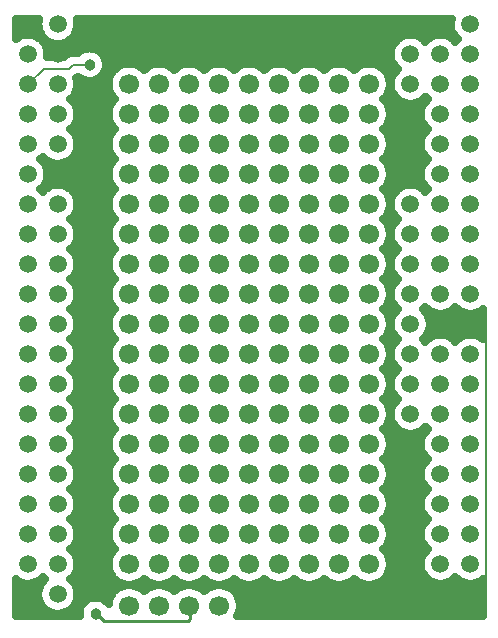
<source format=gbr>
G04 DipTrace 3.0.0.1*
G04 Bottom.gbr*
%MOIN*%
G04 #@! TF.FileFunction,Copper,L2,Bot*
G04 #@! TF.Part,Single*
G04 #@! TA.AperFunction,Conductor*
%ADD14C,0.008*%
G04 #@! TA.AperFunction,CopperBalancing*
%ADD16C,0.025*%
G04 #@! TA.AperFunction,Conductor*
%ADD17C,0.01*%
G04 #@! TA.AperFunction,ComponentPad*
%ADD18C,0.066929*%
%ADD19C,0.066929*%
%ADD20C,0.059055*%
%ADD21R,0.059055X0.059055*%
%ADD22C,0.059055*%
G04 #@! TA.AperFunction,ViaPad*
%ADD23C,0.038*%
%FSLAX26Y26*%
G04*
G70*
G90*
G75*
G01*
G04 Bottom*
%LPD*%
X1848032Y505118D2*
D14*
Y463386D1*
X1830315Y445670D1*
X1631890D1*
X1610630Y466929D1*
X1510630D1*
X1410630D1*
X1310630D1*
X1210630D1*
X1948032Y505118D2*
Y505906D1*
X1998425Y556299D1*
Y1354725D1*
X1948032Y1405118D1*
X679134Y2270473D2*
X624803D1*
X611418Y2257087D1*
X525197D1*
X473229Y2205118D1*
X699607Y439764D2*
D17*
X701969D1*
X726772Y414961D1*
X1007481D1*
X1014173Y421654D1*
Y463386D1*
X1010630Y466929D1*
D23*
X679134Y2270473D3*
X699607Y439764D3*
X434725Y2397261D2*
D16*
X506190D1*
X640292D2*
X1880995D1*
X434725Y2372393D2*
X514540D1*
X631942D2*
X1889345D1*
X525009Y2347524D2*
X540511D1*
X605917D2*
X1696229D1*
X538339Y2322655D2*
X660927D1*
X697372D2*
X1682899D1*
X540341Y2297786D2*
X593739D1*
X728817D2*
X1680897D1*
X736093Y2272918D2*
X795497D1*
X825741D2*
X895497D1*
X925741D2*
X995497D1*
X1025741D2*
X1095497D1*
X1125741D2*
X1195497D1*
X1225741D2*
X1295497D1*
X1325741D2*
X1395497D1*
X1425741D2*
X1495497D1*
X1525741D2*
X1595497D1*
X1625741D2*
X1689052D1*
X731307Y2248049D2*
X754139D1*
X1667098D2*
X1696669D1*
X638192Y2223180D2*
X649534D1*
X708700D2*
X741591D1*
X640389Y2198311D2*
X739491D1*
X632528Y2173442D2*
X746864D1*
X1674374D2*
X1688768D1*
X624081Y2148574D2*
X754579D1*
X1666659D2*
X1713417D1*
X1782626D2*
X1797157D1*
X638046Y2123705D2*
X741737D1*
X1679550D2*
X1783241D1*
X640438Y2098836D2*
X739442D1*
X1681796D2*
X1780800D1*
X632821Y2073967D2*
X746620D1*
X1674667D2*
X1788466D1*
X623641Y2049099D2*
X755018D1*
X1666268D2*
X1797645D1*
X637899Y2024230D2*
X741884D1*
X1679403D2*
X1783388D1*
X640487Y1999361D2*
X739393D1*
X1681845D2*
X1780751D1*
X633114Y1974492D2*
X746327D1*
X1674911D2*
X1788173D1*
X523153Y1949624D2*
X536800D1*
X609628D2*
X755458D1*
X1665829D2*
X1798134D1*
X537704Y1924755D2*
X742030D1*
X1679257D2*
X1783534D1*
X540536Y1899886D2*
X739345D1*
X1681893D2*
X1780702D1*
X533358Y1875017D2*
X746083D1*
X1675155D2*
X1787880D1*
X622665Y1850149D2*
X755897D1*
X1665341D2*
X1698622D1*
X637557Y1825280D2*
X742177D1*
X640585Y1800411D2*
X739345D1*
X633651Y1775542D2*
X745839D1*
X1675448D2*
X1687655D1*
X622128Y1750673D2*
X756337D1*
X1664901D2*
X1699110D1*
X637362Y1725805D2*
X742323D1*
X640634Y1700936D2*
X739296D1*
X633895Y1676067D2*
X745595D1*
X1675692D2*
X1687370D1*
X621591Y1651198D2*
X756825D1*
X1664462D2*
X1699647D1*
X637216Y1626330D2*
X742518D1*
X640634Y1601461D2*
X739247D1*
X634188Y1576592D2*
X745350D1*
X1675936D2*
X1687093D1*
X621054Y1551723D2*
X757313D1*
X1663973D2*
X1700184D1*
X637020Y1526855D2*
X742665D1*
X640682Y1501986D2*
X739247D1*
X634432Y1477117D2*
X745106D1*
X1676132D2*
X1686810D1*
X620516Y1452248D2*
X757802D1*
X1663485D2*
X1700722D1*
X1795321D2*
X1807655D1*
X1888388D2*
X1907655D1*
X636825Y1427379D2*
X742860D1*
X1811630D2*
X1986561D1*
X640682Y1402511D2*
X739198D1*
X1815487D2*
X1986561D1*
X634677Y1377642D2*
X744862D1*
X1676376D2*
X1686629D1*
X1809481D2*
X1986561D1*
X619979Y1352773D2*
X758290D1*
X1662997D2*
X1701307D1*
X636630Y1327904D2*
X743055D1*
X640731Y1303036D2*
X739198D1*
X634921Y1278167D2*
X744667D1*
X1676620D2*
X1686372D1*
X619393Y1253298D2*
X758778D1*
X1662460D2*
X1701845D1*
X636434Y1228429D2*
X743202D1*
X640731Y1203561D2*
X739198D1*
X635165Y1178692D2*
X744423D1*
X1676815D2*
X1686109D1*
X618807Y1153823D2*
X759315D1*
X1661972D2*
X1702430D1*
X636239Y1128954D2*
X743397D1*
X640731Y1104086D2*
X739149D1*
X635360Y1079217D2*
X744227D1*
X1677059D2*
X1685867D1*
X618222Y1054348D2*
X759852D1*
X1661434D2*
X1704921D1*
X1791171D2*
X1803072D1*
X636044Y1029479D2*
X743593D1*
X1677645D2*
X1785243D1*
X640731Y1004610D2*
X739149D1*
X1682089D2*
X1780507D1*
X635604Y979742D2*
X743983D1*
X1677255D2*
X1785682D1*
X617587Y954873D2*
X760389D1*
X1660897D2*
X1803651D1*
X635800Y930004D2*
X743788D1*
X1677450D2*
X1785438D1*
X640780Y905135D2*
X739149D1*
X1682089D2*
X1780507D1*
X635800Y880267D2*
X743788D1*
X1677450D2*
X1785438D1*
X617636Y855398D2*
X760341D1*
X1660897D2*
X1803602D1*
X635604Y830529D2*
X744032D1*
X1677255D2*
X1785682D1*
X640731Y805660D2*
X739149D1*
X1682089D2*
X1780507D1*
X636044Y780792D2*
X743593D1*
X1677645D2*
X1785243D1*
X618270Y755923D2*
X759804D1*
X1661483D2*
X1803016D1*
X635360Y731054D2*
X744227D1*
X1677011D2*
X1785878D1*
X640731Y706185D2*
X739198D1*
X1682089D2*
X1780507D1*
X636239Y681316D2*
X743397D1*
X1677841D2*
X1784999D1*
X618856Y656448D2*
X759266D1*
X1661972D2*
X1802430D1*
X635116Y631579D2*
X744423D1*
X1676815D2*
X1786122D1*
X640731Y606710D2*
X739198D1*
X1682089D2*
X1780507D1*
X636434Y581841D2*
X743202D1*
X1678036D2*
X1784804D1*
X519442Y556973D2*
X526989D1*
X619442D2*
X758729D1*
X1662509D2*
X1801845D1*
X1894247D2*
X1901834D1*
X434725Y532104D2*
X511561D1*
X634872D2*
X785585D1*
X835702D2*
X885585D1*
X935702D2*
X985585D1*
X1035702D2*
X1085585D1*
X1135702D2*
X1986561D1*
X434725Y507235D2*
X505751D1*
X640731D2*
X752186D1*
X1169100D2*
X1986561D1*
X434725Y482366D2*
X509804D1*
X636630D2*
X663124D1*
X1180331D2*
X1986561D1*
X434725Y457498D2*
X526454D1*
X620028D2*
X645595D1*
X1181454D2*
X1986561D1*
X434725Y432629D2*
X643055D1*
X1172958D2*
X1986561D1*
X1060587Y557642D2*
X1055419Y552677D1*
X1046664Y546316D1*
X1037022Y541403D1*
X1026730Y538059D1*
X1016041Y536366D1*
X1005219D1*
X994531Y538059D1*
X984239Y541403D1*
X974596Y546316D1*
X965841Y552677D1*
X960673Y557642D1*
X955419Y552677D1*
X946664Y546316D1*
X937022Y541403D1*
X926730Y538059D1*
X916041Y536366D1*
X905219D1*
X894531Y538059D1*
X884239Y541403D1*
X874596Y546316D1*
X865841Y552677D1*
X860673Y557642D1*
X855419Y552677D1*
X846664Y546316D1*
X837022Y541403D1*
X826730Y538059D1*
X816041Y536366D1*
X805219D1*
X794531Y538059D1*
X784239Y541403D1*
X774596Y546316D1*
X765841Y552677D1*
X758189Y560329D1*
X751828Y569084D1*
X746915Y578727D1*
X743571Y589019D1*
X741878Y599707D1*
Y610529D1*
X743571Y621218D1*
X746915Y631510D1*
X751828Y641152D1*
X758189Y649907D1*
X763154Y655075D1*
X758189Y660329D1*
X751828Y669084D1*
X746915Y678727D1*
X743571Y689019D1*
X741878Y699707D1*
Y710529D1*
X743571Y721218D1*
X746915Y731510D1*
X751828Y741152D1*
X758189Y749907D1*
X763154Y755075D1*
X758189Y760329D1*
X751828Y769084D1*
X746915Y778727D1*
X743571Y789019D1*
X741878Y799707D1*
Y810529D1*
X743571Y821218D1*
X746915Y831510D1*
X751828Y841152D1*
X758189Y849907D1*
X763154Y855075D1*
X758189Y860329D1*
X751828Y869084D1*
X746915Y878727D1*
X743571Y889019D1*
X741878Y899707D1*
Y910529D1*
X743571Y921218D1*
X746915Y931510D1*
X751828Y941152D1*
X758189Y949907D1*
X763154Y955075D1*
X758189Y960329D1*
X751828Y969084D1*
X746915Y978727D1*
X743571Y989019D1*
X741878Y999707D1*
Y1010529D1*
X743571Y1021218D1*
X746915Y1031510D1*
X751828Y1041152D1*
X758189Y1049907D1*
X763154Y1055075D1*
X758189Y1060329D1*
X751828Y1069084D1*
X746915Y1078727D1*
X743571Y1089019D1*
X741878Y1099707D1*
Y1110529D1*
X743571Y1121218D1*
X746915Y1131510D1*
X751828Y1141152D1*
X758189Y1149907D1*
X763154Y1155075D1*
X758189Y1160329D1*
X751828Y1169084D1*
X746915Y1178727D1*
X743571Y1189019D1*
X741878Y1199707D1*
Y1210529D1*
X743571Y1221218D1*
X746915Y1231510D1*
X751828Y1241152D1*
X758189Y1249907D1*
X763154Y1255075D1*
X758189Y1260329D1*
X751828Y1269084D1*
X746915Y1278727D1*
X743571Y1289019D1*
X741878Y1299707D1*
Y1310529D1*
X743571Y1321218D1*
X746915Y1331510D1*
X751828Y1341152D1*
X758189Y1349907D1*
X763154Y1355075D1*
X758189Y1360329D1*
X751828Y1369084D1*
X746915Y1378727D1*
X743571Y1389019D1*
X741878Y1399707D1*
Y1410529D1*
X743571Y1421218D1*
X746915Y1431510D1*
X751828Y1441152D1*
X758189Y1449907D1*
X763154Y1455075D1*
X758189Y1460329D1*
X751828Y1469084D1*
X746915Y1478727D1*
X743571Y1489019D1*
X741878Y1499707D1*
Y1510529D1*
X743571Y1521218D1*
X746915Y1531510D1*
X751828Y1541152D1*
X758189Y1549907D1*
X763154Y1555075D1*
X758189Y1560329D1*
X751828Y1569084D1*
X746915Y1578727D1*
X743571Y1589019D1*
X741878Y1599707D1*
Y1610529D1*
X743571Y1621218D1*
X746915Y1631510D1*
X751828Y1641152D1*
X758189Y1649907D1*
X763154Y1655075D1*
X758189Y1660329D1*
X751828Y1669084D1*
X746915Y1678727D1*
X743571Y1689019D1*
X741878Y1699707D1*
Y1710529D1*
X743571Y1721218D1*
X746915Y1731510D1*
X751828Y1741152D1*
X758189Y1749907D1*
X763154Y1755075D1*
X758189Y1760329D1*
X751828Y1769084D1*
X746915Y1778727D1*
X743571Y1789019D1*
X741878Y1799707D1*
Y1810529D1*
X743571Y1821218D1*
X746915Y1831510D1*
X751828Y1841152D1*
X758189Y1849907D1*
X763154Y1855075D1*
X758189Y1860329D1*
X751828Y1869084D1*
X746915Y1878727D1*
X743571Y1889019D1*
X741878Y1899707D1*
Y1910529D1*
X743571Y1921218D1*
X746915Y1931510D1*
X751828Y1941152D1*
X758189Y1949907D1*
X763154Y1955075D1*
X758189Y1960329D1*
X751828Y1969084D1*
X746915Y1978727D1*
X743571Y1989019D1*
X741878Y1999707D1*
Y2010529D1*
X743571Y2021218D1*
X746915Y2031510D1*
X751828Y2041152D1*
X758189Y2049907D1*
X763154Y2055075D1*
X758189Y2060329D1*
X751828Y2069084D1*
X746915Y2078727D1*
X743571Y2089019D1*
X741878Y2099707D1*
Y2110529D1*
X743571Y2121218D1*
X746915Y2131510D1*
X751828Y2141152D1*
X758189Y2149907D1*
X763154Y2155075D1*
X758189Y2160329D1*
X751828Y2169084D1*
X746915Y2178727D1*
X743571Y2189019D1*
X741878Y2199707D1*
Y2210529D1*
X743571Y2221218D1*
X746915Y2231510D1*
X751828Y2241152D1*
X758189Y2249907D1*
X765841Y2257559D1*
X774596Y2263920D1*
X784239Y2268833D1*
X794531Y2272177D1*
X805219Y2273870D1*
X816041D1*
X826730Y2272177D1*
X837022Y2268833D1*
X846664Y2263920D1*
X855419Y2257559D1*
X860587Y2252594D1*
X865841Y2257559D1*
X874596Y2263920D1*
X884239Y2268833D1*
X894531Y2272177D1*
X905219Y2273870D1*
X916041D1*
X926730Y2272177D1*
X937022Y2268833D1*
X946664Y2263920D1*
X955419Y2257559D1*
X960587Y2252594D1*
X965841Y2257559D1*
X974596Y2263920D1*
X984239Y2268833D1*
X994531Y2272177D1*
X1005219Y2273870D1*
X1016041D1*
X1026730Y2272177D1*
X1037022Y2268833D1*
X1046664Y2263920D1*
X1055419Y2257559D1*
X1060587Y2252594D1*
X1065841Y2257559D1*
X1074596Y2263920D1*
X1084239Y2268833D1*
X1094531Y2272177D1*
X1105219Y2273870D1*
X1116041D1*
X1126730Y2272177D1*
X1137022Y2268833D1*
X1146664Y2263920D1*
X1155419Y2257559D1*
X1160587Y2252594D1*
X1165841Y2257559D1*
X1174596Y2263920D1*
X1184239Y2268833D1*
X1194531Y2272177D1*
X1205219Y2273870D1*
X1216041D1*
X1226730Y2272177D1*
X1237022Y2268833D1*
X1246664Y2263920D1*
X1255419Y2257559D1*
X1260587Y2252594D1*
X1265841Y2257559D1*
X1274596Y2263920D1*
X1284239Y2268833D1*
X1294531Y2272177D1*
X1305219Y2273870D1*
X1316041D1*
X1326730Y2272177D1*
X1337022Y2268833D1*
X1346664Y2263920D1*
X1355419Y2257559D1*
X1360587Y2252594D1*
X1365841Y2257559D1*
X1374596Y2263920D1*
X1384239Y2268833D1*
X1394531Y2272177D1*
X1405219Y2273870D1*
X1416041D1*
X1426730Y2272177D1*
X1437022Y2268833D1*
X1446664Y2263920D1*
X1455419Y2257559D1*
X1460587Y2252594D1*
X1465841Y2257559D1*
X1474596Y2263920D1*
X1484239Y2268833D1*
X1494531Y2272177D1*
X1505219Y2273870D1*
X1516041D1*
X1526730Y2272177D1*
X1537022Y2268833D1*
X1546664Y2263920D1*
X1555419Y2257559D1*
X1560587Y2252594D1*
X1565841Y2257559D1*
X1574596Y2263920D1*
X1584239Y2268833D1*
X1594531Y2272177D1*
X1605219Y2273870D1*
X1616041D1*
X1626730Y2272177D1*
X1637022Y2268833D1*
X1646664Y2263920D1*
X1655419Y2257559D1*
X1663071Y2249907D1*
X1669432Y2241152D1*
X1674345Y2231510D1*
X1677689Y2221218D1*
X1679382Y2210529D1*
Y2199707D1*
X1677689Y2189019D1*
X1674345Y2178727D1*
X1669432Y2169084D1*
X1663071Y2160329D1*
X1658106Y2155161D1*
X1663071Y2149907D1*
X1669432Y2141152D1*
X1674345Y2131510D1*
X1677689Y2121218D1*
X1679382Y2110529D1*
Y2099707D1*
X1677689Y2089019D1*
X1674345Y2078727D1*
X1669432Y2069084D1*
X1663071Y2060329D1*
X1658106Y2055161D1*
X1663071Y2049907D1*
X1669432Y2041152D1*
X1674345Y2031510D1*
X1677689Y2021218D1*
X1679382Y2010529D1*
Y1999707D1*
X1677689Y1989019D1*
X1674345Y1978727D1*
X1669432Y1969084D1*
X1663071Y1960329D1*
X1658106Y1955161D1*
X1663071Y1949907D1*
X1669432Y1941152D1*
X1674345Y1931510D1*
X1677689Y1921218D1*
X1679382Y1910529D1*
Y1899707D1*
X1677689Y1889019D1*
X1674345Y1878727D1*
X1669432Y1869084D1*
X1663071Y1860329D1*
X1658106Y1855161D1*
X1663071Y1849907D1*
X1669432Y1841152D1*
X1674345Y1831510D1*
X1677689Y1821218D1*
X1679382Y1810529D1*
Y1799707D1*
X1677689Y1789019D1*
X1674345Y1778727D1*
X1669432Y1769084D1*
X1663071Y1760329D1*
X1658106Y1755161D1*
X1663071Y1749907D1*
X1669432Y1741152D1*
X1674345Y1731510D1*
X1677689Y1721218D1*
X1679382Y1710529D1*
Y1699707D1*
X1677689Y1689019D1*
X1674345Y1678727D1*
X1669432Y1669084D1*
X1663071Y1660329D1*
X1658106Y1655161D1*
X1663071Y1649907D1*
X1669432Y1641152D1*
X1674345Y1631510D1*
X1677689Y1621218D1*
X1679382Y1610529D1*
Y1599707D1*
X1677689Y1589019D1*
X1674345Y1578727D1*
X1669432Y1569084D1*
X1663071Y1560329D1*
X1658106Y1555161D1*
X1663071Y1549907D1*
X1669432Y1541152D1*
X1674345Y1531510D1*
X1677689Y1521218D1*
X1679382Y1510529D1*
Y1499707D1*
X1677689Y1489019D1*
X1674345Y1478727D1*
X1669432Y1469084D1*
X1663071Y1460329D1*
X1658106Y1455161D1*
X1663071Y1449907D1*
X1669432Y1441152D1*
X1674345Y1431510D1*
X1677689Y1421218D1*
X1679382Y1410529D1*
Y1399707D1*
X1677689Y1389019D1*
X1674345Y1378727D1*
X1669432Y1369084D1*
X1663071Y1360329D1*
X1658106Y1355161D1*
X1663071Y1349907D1*
X1669432Y1341152D1*
X1674345Y1331510D1*
X1677689Y1321218D1*
X1679382Y1310529D1*
Y1299707D1*
X1677689Y1289019D1*
X1674345Y1278727D1*
X1669432Y1269084D1*
X1663071Y1260329D1*
X1658106Y1255161D1*
X1663071Y1249907D1*
X1669432Y1241152D1*
X1674345Y1231510D1*
X1677689Y1221218D1*
X1679382Y1210529D1*
Y1199707D1*
X1677689Y1189019D1*
X1674345Y1178727D1*
X1669432Y1169084D1*
X1663071Y1160329D1*
X1658106Y1155161D1*
X1663071Y1149907D1*
X1669432Y1141152D1*
X1674345Y1131510D1*
X1677689Y1121218D1*
X1679382Y1110529D1*
Y1099707D1*
X1677689Y1089019D1*
X1674345Y1078727D1*
X1669432Y1069084D1*
X1663071Y1060329D1*
X1658106Y1055161D1*
X1663071Y1049907D1*
X1669432Y1041152D1*
X1674345Y1031510D1*
X1677689Y1021218D1*
X1679382Y1010529D1*
Y999707D1*
X1677689Y989019D1*
X1674345Y978727D1*
X1669432Y969084D1*
X1663071Y960329D1*
X1658106Y955161D1*
X1663071Y949907D1*
X1669432Y941152D1*
X1674345Y931510D1*
X1677689Y921218D1*
X1679382Y910529D1*
Y899707D1*
X1677689Y889019D1*
X1674345Y878727D1*
X1669432Y869084D1*
X1663071Y860329D1*
X1658106Y855161D1*
X1663071Y849907D1*
X1669432Y841152D1*
X1674345Y831510D1*
X1677689Y821218D1*
X1679382Y810529D1*
Y799707D1*
X1677689Y789019D1*
X1674345Y778727D1*
X1669432Y769084D1*
X1663071Y760329D1*
X1658106Y755161D1*
X1663071Y749907D1*
X1669432Y741152D1*
X1674345Y731510D1*
X1677689Y721218D1*
X1679382Y710529D1*
Y699707D1*
X1677689Y689019D1*
X1674345Y678727D1*
X1669432Y669084D1*
X1663071Y660329D1*
X1658106Y655161D1*
X1663071Y649907D1*
X1669432Y641152D1*
X1674345Y631510D1*
X1677689Y621218D1*
X1679382Y610529D1*
Y599707D1*
X1677689Y589019D1*
X1674345Y578727D1*
X1669432Y569084D1*
X1663071Y560329D1*
X1655419Y552677D1*
X1646664Y546316D1*
X1637022Y541403D1*
X1626730Y538059D1*
X1616041Y536366D1*
X1605219D1*
X1594531Y538059D1*
X1584239Y541403D1*
X1574596Y546316D1*
X1565841Y552677D1*
X1560673Y557642D1*
X1555419Y552677D1*
X1546664Y546316D1*
X1537022Y541403D1*
X1526730Y538059D1*
X1516041Y536366D1*
X1505219D1*
X1494531Y538059D1*
X1484239Y541403D1*
X1474596Y546316D1*
X1465841Y552677D1*
X1460673Y557642D1*
X1455419Y552677D1*
X1446664Y546316D1*
X1437022Y541403D1*
X1426730Y538059D1*
X1416041Y536366D1*
X1405219D1*
X1394531Y538059D1*
X1384239Y541403D1*
X1374596Y546316D1*
X1365841Y552677D1*
X1360673Y557642D1*
X1355419Y552677D1*
X1346664Y546316D1*
X1337022Y541403D1*
X1326730Y538059D1*
X1316041Y536366D1*
X1305219D1*
X1294531Y538059D1*
X1284239Y541403D1*
X1274596Y546316D1*
X1265841Y552677D1*
X1260673Y557642D1*
X1255419Y552677D1*
X1246664Y546316D1*
X1237022Y541403D1*
X1226730Y538059D1*
X1216041Y536366D1*
X1205219D1*
X1194531Y538059D1*
X1184239Y541403D1*
X1174596Y546316D1*
X1165841Y552677D1*
X1160673Y557642D1*
X1155419Y552677D1*
X1146664Y546316D1*
X1137022Y541403D1*
X1126730Y538059D1*
X1116041Y536366D1*
X1105219D1*
X1094531Y538059D1*
X1084239Y541403D1*
X1074596Y546316D1*
X1065841Y552677D1*
X1060673Y557642D1*
X1706473Y2255140D2*
X1698584Y2262886D1*
X1692587Y2271142D1*
X1687954Y2280233D1*
X1684801Y2289938D1*
X1683205Y2300016D1*
Y2310220D1*
X1684801Y2320299D1*
X1687954Y2330003D1*
X1692587Y2339095D1*
X1698584Y2347350D1*
X1705800Y2354566D1*
X1714055Y2360563D1*
X1723147Y2365196D1*
X1732851Y2368349D1*
X1742930Y2369945D1*
X1753134D1*
X1763212Y2368349D1*
X1772917Y2365196D1*
X1782009Y2360563D1*
X1790264Y2354566D1*
X1798010Y2346677D1*
X1805800Y2354566D1*
X1814055Y2360563D1*
X1823147Y2365196D1*
X1832851Y2368349D1*
X1842930Y2369945D1*
X1853134D1*
X1863212Y2368349D1*
X1872917Y2365196D1*
X1882009Y2360563D1*
X1890264Y2354566D1*
X1898010Y2346677D1*
X1905800Y2354566D1*
X1906473Y2355097D1*
X1898584Y2362886D1*
X1892587Y2371142D1*
X1887954Y2380233D1*
X1884801Y2389938D1*
X1883205Y2400016D1*
Y2410220D1*
X1884801Y2420299D1*
X1885315Y2422122D1*
X635983Y2422130D1*
X637456Y2415291D1*
X638256Y2405118D1*
X637456Y2394946D1*
X635073Y2385024D1*
X631169Y2375596D1*
X625837Y2366896D1*
X619210Y2359137D1*
X611451Y2352510D1*
X602750Y2347178D1*
X593323Y2343273D1*
X583401Y2340891D1*
X573229Y2340091D1*
X563056Y2340891D1*
X553134Y2343273D1*
X543707Y2347178D1*
X535006Y2352510D1*
X527247Y2359137D1*
X520620Y2366896D1*
X515289Y2375596D1*
X511384Y2385024D1*
X509002Y2394946D1*
X508201Y2405118D1*
X509002Y2415291D1*
X510512Y2422122D1*
X432175Y2422130D1*
X432201Y2355577D1*
X439252Y2360563D1*
X448344Y2365196D1*
X458048Y2368349D1*
X468127Y2369945D1*
X478331D1*
X488409Y2368349D1*
X498114Y2365196D1*
X507205Y2360563D1*
X515461Y2354566D1*
X522676Y2347350D1*
X528674Y2339095D1*
X533306Y2330003D1*
X536459Y2320299D1*
X538056Y2310220D1*
Y2300016D1*
X537697Y2296587D1*
X595070D1*
X601586Y2302429D1*
X606871Y2305667D1*
X612597Y2308039D1*
X618624Y2309486D1*
X624803Y2309973D1*
X641551D1*
X647100Y2314564D1*
X654392Y2319033D1*
X662293Y2322305D1*
X670608Y2324302D1*
X679134Y2324973D1*
X687660Y2324302D1*
X695975Y2322305D1*
X703877Y2319033D1*
X711168Y2314564D1*
X717671Y2309010D1*
X723225Y2302507D1*
X727694Y2295215D1*
X730967Y2287314D1*
X732963Y2278998D1*
X733634Y2270473D1*
X732963Y2261947D1*
X730967Y2253631D1*
X727694Y2245730D1*
X723225Y2238438D1*
X717671Y2231935D1*
X711168Y2226381D1*
X703877Y2221913D1*
X695975Y2218640D1*
X687660Y2216644D1*
X679134Y2215973D1*
X670608Y2216644D1*
X662293Y2218640D1*
X654392Y2221913D1*
X647100Y2226381D1*
X641640Y2230971D1*
X635073Y2225213D1*
X637456Y2215291D1*
X638256Y2205118D1*
X637456Y2194946D1*
X635073Y2185024D1*
X631169Y2175596D1*
X625837Y2166896D1*
X619210Y2159137D1*
X614787Y2155140D1*
X622676Y2147350D1*
X628674Y2139095D1*
X633306Y2130003D1*
X636459Y2120299D1*
X638056Y2110220D1*
Y2100016D1*
X636459Y2089938D1*
X633306Y2080233D1*
X628674Y2071142D1*
X622676Y2062886D1*
X614787Y2055140D1*
X622676Y2047350D1*
X628674Y2039095D1*
X633306Y2030003D1*
X636459Y2020299D1*
X638056Y2010220D1*
Y2000016D1*
X636459Y1989938D1*
X633306Y1980233D1*
X628674Y1971142D1*
X622676Y1962886D1*
X615461Y1955671D1*
X607205Y1949673D1*
X598114Y1945041D1*
X588409Y1941887D1*
X578331Y1940291D1*
X568127D1*
X558048Y1941887D1*
X548344Y1945041D1*
X539252Y1949673D1*
X530997Y1955671D1*
X523250Y1963560D1*
X515461Y1955671D1*
X514787Y1955140D1*
X522676Y1947350D1*
X528674Y1939095D1*
X533306Y1930003D1*
X536459Y1920299D1*
X538056Y1910220D1*
Y1900016D1*
X536459Y1889938D1*
X533306Y1880233D1*
X528674Y1871142D1*
X522676Y1862886D1*
X514787Y1855140D1*
X522676Y1847350D1*
X523207Y1846677D1*
X530997Y1854566D1*
X539252Y1860563D1*
X548344Y1865196D1*
X558048Y1868349D1*
X568127Y1869945D1*
X578331D1*
X588409Y1868349D1*
X598114Y1865196D1*
X607205Y1860563D1*
X615461Y1854566D1*
X622676Y1847350D1*
X628674Y1839095D1*
X633306Y1830003D1*
X636459Y1820299D1*
X638056Y1810220D1*
Y1800016D1*
X636459Y1789938D1*
X633306Y1780233D1*
X628674Y1771142D1*
X622676Y1762886D1*
X614787Y1755140D1*
X622676Y1747350D1*
X628674Y1739095D1*
X633306Y1730003D1*
X636459Y1720299D1*
X638056Y1710220D1*
Y1700016D1*
X636459Y1689938D1*
X633306Y1680233D1*
X628674Y1671142D1*
X622676Y1662886D1*
X614787Y1655140D1*
X622676Y1647350D1*
X628674Y1639095D1*
X633306Y1630003D1*
X636459Y1620299D1*
X638056Y1610220D1*
Y1600016D1*
X636459Y1589938D1*
X633306Y1580233D1*
X628674Y1571142D1*
X622676Y1562886D1*
X614787Y1555140D1*
X622676Y1547350D1*
X628674Y1539095D1*
X633306Y1530003D1*
X636459Y1520299D1*
X638056Y1510220D1*
Y1500016D1*
X636459Y1489938D1*
X633306Y1480233D1*
X628674Y1471142D1*
X622676Y1462886D1*
X614787Y1455140D1*
X622676Y1447350D1*
X628674Y1439095D1*
X633306Y1430003D1*
X636459Y1420299D1*
X638056Y1410220D1*
Y1400016D1*
X636459Y1389938D1*
X633306Y1380233D1*
X628674Y1371142D1*
X622676Y1362886D1*
X614787Y1355140D1*
X622676Y1347350D1*
X628674Y1339095D1*
X633306Y1330003D1*
X636459Y1320299D1*
X638056Y1310220D1*
Y1300016D1*
X636459Y1289938D1*
X633306Y1280233D1*
X628674Y1271142D1*
X622676Y1262886D1*
X614787Y1255140D1*
X622676Y1247350D1*
X628674Y1239095D1*
X633306Y1230003D1*
X636459Y1220299D1*
X638056Y1210220D1*
Y1200016D1*
X636459Y1189938D1*
X633306Y1180233D1*
X628674Y1171142D1*
X622676Y1162886D1*
X614787Y1155140D1*
X622676Y1147350D1*
X628674Y1139095D1*
X633306Y1130003D1*
X636459Y1120299D1*
X638056Y1110220D1*
Y1100016D1*
X636459Y1089938D1*
X633306Y1080233D1*
X628674Y1071142D1*
X622676Y1062886D1*
X614787Y1055140D1*
X622676Y1047350D1*
X628674Y1039095D1*
X633306Y1030003D1*
X636459Y1020299D1*
X638056Y1010220D1*
Y1000016D1*
X636459Y989938D1*
X633306Y980233D1*
X628674Y971142D1*
X622676Y962886D1*
X614787Y955140D1*
X622676Y947350D1*
X628674Y939095D1*
X633306Y930003D1*
X636459Y920299D1*
X638056Y910220D1*
Y900016D1*
X636459Y889938D1*
X633306Y880233D1*
X628674Y871142D1*
X622676Y862886D1*
X614787Y855140D1*
X622676Y847350D1*
X628674Y839095D1*
X633306Y830003D1*
X636459Y820299D1*
X638056Y810220D1*
Y800016D1*
X636459Y789938D1*
X633306Y780233D1*
X628674Y771142D1*
X622676Y762886D1*
X614787Y755140D1*
X622676Y747350D1*
X628674Y739095D1*
X633306Y730003D1*
X636459Y720299D1*
X638056Y710220D1*
Y700016D1*
X636459Y689938D1*
X633306Y680233D1*
X628674Y671142D1*
X622676Y662886D1*
X614787Y655140D1*
X622676Y647350D1*
X628674Y639095D1*
X633306Y630003D1*
X636459Y620299D1*
X638056Y610220D1*
Y600016D1*
X636459Y589938D1*
X633306Y580233D1*
X628674Y571142D1*
X622676Y562886D1*
X614787Y555140D1*
X622676Y547350D1*
X628674Y539095D1*
X633306Y530003D1*
X636459Y520299D1*
X638056Y510220D1*
Y500016D1*
X636459Y489938D1*
X633306Y480233D1*
X628674Y471142D1*
X622676Y462886D1*
X615461Y455671D1*
X607205Y449673D1*
X598114Y445041D1*
X588409Y441887D1*
X578331Y440291D1*
X568127D1*
X558048Y441887D1*
X548344Y445041D1*
X539252Y449673D1*
X530997Y455671D1*
X523781Y462886D1*
X517783Y471142D1*
X513151Y480233D1*
X509998Y489938D1*
X508401Y500016D1*
Y510220D1*
X509998Y520299D1*
X513151Y530003D1*
X517783Y539095D1*
X523781Y547350D1*
X531670Y555097D1*
X523781Y562886D1*
X523250Y563560D1*
X515461Y555671D1*
X507205Y549673D1*
X498114Y545041D1*
X488409Y541887D1*
X478331Y540291D1*
X468127D1*
X458048Y541887D1*
X448344Y545041D1*
X439252Y549673D1*
X432203Y554720D1*
X432201Y432238D1*
X645629Y432201D1*
X645107Y439764D1*
X645777Y448290D1*
X647774Y456605D1*
X651047Y464506D1*
X655515Y471798D1*
X661069Y478301D1*
X667572Y483855D1*
X674864Y488324D1*
X682765Y491597D1*
X691081Y493593D1*
X699607Y494264D1*
X708132Y493593D1*
X716448Y491597D1*
X724349Y488324D1*
X731641Y483855D1*
X738144Y478301D1*
X742011Y473938D1*
X743571Y483029D1*
X746915Y493321D1*
X751828Y502963D1*
X758189Y511718D1*
X765841Y519370D1*
X774596Y525731D1*
X784239Y530644D1*
X794531Y533988D1*
X805219Y535681D1*
X816041D1*
X826730Y533988D1*
X837022Y530644D1*
X846664Y525731D1*
X855419Y519370D1*
X860587Y514405D1*
X865841Y519370D1*
X874596Y525731D1*
X884239Y530644D1*
X894531Y533988D1*
X905219Y535681D1*
X916041D1*
X926730Y533988D1*
X937022Y530644D1*
X946664Y525731D1*
X955419Y519370D1*
X960587Y514405D1*
X965841Y519370D1*
X974596Y525731D1*
X984239Y530644D1*
X994531Y533988D1*
X1005219Y535681D1*
X1016041D1*
X1026730Y533988D1*
X1037022Y530644D1*
X1046664Y525731D1*
X1055419Y519370D1*
X1060587Y514405D1*
X1065841Y519370D1*
X1074596Y525731D1*
X1084239Y530644D1*
X1094531Y533988D1*
X1105219Y535681D1*
X1116041D1*
X1126730Y533988D1*
X1137022Y530644D1*
X1146664Y525731D1*
X1155419Y519370D1*
X1163071Y511718D1*
X1169432Y502963D1*
X1174345Y493321D1*
X1177689Y483029D1*
X1179382Y472340D1*
Y461518D1*
X1177689Y450830D1*
X1174345Y440538D1*
X1170166Y432206D1*
X1989086Y432201D1*
X1989059Y554711D1*
X1982009Y549673D1*
X1972917Y545041D1*
X1963212Y541887D1*
X1953134Y540291D1*
X1942930D1*
X1932851Y541887D1*
X1923147Y545041D1*
X1914055Y549673D1*
X1905800Y555671D1*
X1898053Y563560D1*
X1890264Y555671D1*
X1882009Y549673D1*
X1872917Y545041D1*
X1863212Y541887D1*
X1853134Y540291D1*
X1842930D1*
X1832851Y541887D1*
X1823147Y545041D1*
X1814055Y549673D1*
X1805800Y555671D1*
X1798584Y562886D1*
X1792587Y571142D1*
X1787954Y580233D1*
X1784801Y589938D1*
X1783205Y600016D1*
Y610220D1*
X1784801Y620299D1*
X1787954Y630003D1*
X1792587Y639095D1*
X1798584Y647350D1*
X1806473Y655097D1*
X1798584Y662886D1*
X1792587Y671142D1*
X1787954Y680233D1*
X1784801Y689938D1*
X1783205Y700016D1*
Y710220D1*
X1784801Y720299D1*
X1787954Y730003D1*
X1792587Y739095D1*
X1798584Y747350D1*
X1806473Y755097D1*
X1798584Y762886D1*
X1792587Y771142D1*
X1787954Y780233D1*
X1784801Y789938D1*
X1783205Y800016D1*
Y810220D1*
X1784801Y820299D1*
X1787954Y830003D1*
X1792587Y839095D1*
X1798584Y847350D1*
X1806473Y855097D1*
X1798584Y862886D1*
X1792587Y871142D1*
X1787954Y880233D1*
X1784801Y889938D1*
X1783205Y900016D1*
Y910220D1*
X1784801Y920299D1*
X1787954Y930003D1*
X1792587Y939095D1*
X1798584Y947350D1*
X1806473Y955097D1*
X1798584Y962886D1*
X1792587Y971142D1*
X1787954Y980233D1*
X1784801Y989938D1*
X1783205Y1000016D1*
Y1010220D1*
X1784801Y1020299D1*
X1787954Y1030003D1*
X1792587Y1039095D1*
X1798584Y1047350D1*
X1806473Y1055097D1*
X1798584Y1062886D1*
X1798053Y1063560D1*
X1790264Y1055671D1*
X1782009Y1049673D1*
X1772917Y1045041D1*
X1763212Y1041887D1*
X1753134Y1040291D1*
X1742930D1*
X1732851Y1041887D1*
X1723147Y1045041D1*
X1714055Y1049673D1*
X1705800Y1055671D1*
X1698584Y1062886D1*
X1692587Y1071142D1*
X1687954Y1080233D1*
X1684801Y1089938D1*
X1683205Y1100016D1*
Y1110220D1*
X1684801Y1120299D1*
X1687954Y1130003D1*
X1692587Y1139095D1*
X1698584Y1147350D1*
X1706473Y1155097D1*
X1698584Y1162886D1*
X1692587Y1171142D1*
X1687954Y1180233D1*
X1684801Y1189938D1*
X1683205Y1200016D1*
Y1210220D1*
X1684801Y1220299D1*
X1687954Y1230003D1*
X1692587Y1239095D1*
X1698584Y1247350D1*
X1706473Y1255097D1*
X1698584Y1262886D1*
X1692587Y1271142D1*
X1687954Y1280233D1*
X1684801Y1289938D1*
X1683205Y1300016D1*
Y1310220D1*
X1684801Y1320299D1*
X1687954Y1330003D1*
X1692587Y1339095D1*
X1698584Y1347350D1*
X1706473Y1355097D1*
X1698584Y1362886D1*
X1692587Y1371142D1*
X1687954Y1380233D1*
X1684801Y1389938D1*
X1683205Y1400016D1*
Y1410220D1*
X1684801Y1420299D1*
X1687954Y1430003D1*
X1692587Y1439095D1*
X1698584Y1447350D1*
X1706473Y1455097D1*
X1698584Y1462886D1*
X1692587Y1471142D1*
X1687954Y1480233D1*
X1684801Y1489938D1*
X1683205Y1500016D1*
Y1510220D1*
X1684801Y1520299D1*
X1687954Y1530003D1*
X1692587Y1539095D1*
X1698584Y1547350D1*
X1706473Y1555097D1*
X1698584Y1562886D1*
X1692587Y1571142D1*
X1687954Y1580233D1*
X1684801Y1589938D1*
X1683205Y1600016D1*
Y1610220D1*
X1684801Y1620299D1*
X1687954Y1630003D1*
X1692587Y1639095D1*
X1698584Y1647350D1*
X1706473Y1655097D1*
X1698584Y1662886D1*
X1692587Y1671142D1*
X1687954Y1680233D1*
X1684801Y1689938D1*
X1683205Y1700016D1*
Y1710220D1*
X1684801Y1720299D1*
X1687954Y1730003D1*
X1692587Y1739095D1*
X1698584Y1747350D1*
X1706473Y1755097D1*
X1698584Y1762886D1*
X1692587Y1771142D1*
X1687954Y1780233D1*
X1684801Y1789938D1*
X1683205Y1800016D1*
Y1810220D1*
X1684801Y1820299D1*
X1687954Y1830003D1*
X1692587Y1839095D1*
X1698584Y1847350D1*
X1705800Y1854566D1*
X1714055Y1860563D1*
X1723147Y1865196D1*
X1732851Y1868349D1*
X1742930Y1869945D1*
X1753134D1*
X1763212Y1868349D1*
X1772917Y1865196D1*
X1782009Y1860563D1*
X1790264Y1854566D1*
X1798010Y1846677D1*
X1805800Y1854566D1*
X1806473Y1855097D1*
X1798584Y1862886D1*
X1792587Y1871142D1*
X1787954Y1880233D1*
X1784801Y1889938D1*
X1783205Y1900016D1*
Y1910220D1*
X1784801Y1920299D1*
X1787954Y1930003D1*
X1792587Y1939095D1*
X1798584Y1947350D1*
X1806473Y1955097D1*
X1798584Y1962886D1*
X1792587Y1971142D1*
X1787954Y1980233D1*
X1784801Y1989938D1*
X1783205Y2000016D1*
Y2010220D1*
X1784801Y2020299D1*
X1787954Y2030003D1*
X1792587Y2039095D1*
X1798584Y2047350D1*
X1806473Y2055097D1*
X1798584Y2062886D1*
X1792587Y2071142D1*
X1787954Y2080233D1*
X1784801Y2089938D1*
X1783205Y2100016D1*
Y2110220D1*
X1784801Y2120299D1*
X1787954Y2130003D1*
X1792587Y2139095D1*
X1798584Y2147350D1*
X1806473Y2155097D1*
X1798584Y2162886D1*
X1798053Y2163560D1*
X1790264Y2155671D1*
X1782009Y2149673D1*
X1772917Y2145041D1*
X1763212Y2141887D1*
X1753134Y2140291D1*
X1742930D1*
X1732851Y2141887D1*
X1723147Y2145041D1*
X1714055Y2149673D1*
X1705800Y2155671D1*
X1698584Y2162886D1*
X1692587Y2171142D1*
X1687954Y2180233D1*
X1684801Y2189938D1*
X1683205Y2200016D1*
Y2210220D1*
X1684801Y2220299D1*
X1687954Y2230003D1*
X1692587Y2239095D1*
X1698584Y2247350D1*
X1706473Y2255097D1*
X1798010Y1463560D2*
X1790264Y1455671D1*
X1789590Y1455140D1*
X1797479Y1447350D1*
X1803477Y1439095D1*
X1808109Y1430003D1*
X1811263Y1420299D1*
X1812859Y1410220D1*
Y1400016D1*
X1811263Y1389938D1*
X1808109Y1380233D1*
X1803477Y1371142D1*
X1797479Y1362886D1*
X1789590Y1355140D1*
X1797479Y1347350D1*
X1798010Y1346677D1*
X1805800Y1354566D1*
X1814055Y1360563D1*
X1823147Y1365196D1*
X1832851Y1368349D1*
X1842930Y1369945D1*
X1853134D1*
X1863212Y1368349D1*
X1872917Y1365196D1*
X1882009Y1360563D1*
X1890264Y1354566D1*
X1898010Y1346677D1*
X1905800Y1354566D1*
X1914055Y1360563D1*
X1923147Y1365196D1*
X1932851Y1368349D1*
X1942930Y1369945D1*
X1953134D1*
X1963212Y1368349D1*
X1972917Y1365196D1*
X1982009Y1360563D1*
X1989058Y1355516D1*
X1989059Y1454711D1*
X1982009Y1449673D1*
X1972917Y1445041D1*
X1963212Y1441887D1*
X1953134Y1440291D1*
X1942930D1*
X1932851Y1441887D1*
X1923147Y1445041D1*
X1914055Y1449673D1*
X1905800Y1455671D1*
X1898053Y1463560D1*
X1890264Y1455671D1*
X1882009Y1449673D1*
X1872917Y1445041D1*
X1863212Y1441887D1*
X1853134Y1440291D1*
X1842930D1*
X1832851Y1441887D1*
X1823147Y1445041D1*
X1814055Y1449673D1*
X1805800Y1455671D1*
X1798053Y1463560D1*
D18*
X1010630Y605118D3*
D19*
X910630D3*
X1010630Y705118D3*
X910630D3*
X1010630Y805118D3*
X910630D3*
X1010630Y905118D3*
X910630D3*
X1010630Y1005118D3*
X910630D3*
X1010630Y1105118D3*
X910630D3*
X1010630Y1205118D3*
X910630D3*
X1010630Y1305118D3*
X910630D3*
X1010630Y1405118D3*
X910630D3*
X1010630Y1505118D3*
X910630D3*
X1010630Y1605118D3*
X910630D3*
X1010630Y1705118D3*
X910630D3*
X1010630Y1805118D3*
X910630D3*
X1010630Y1905118D3*
X910630D3*
X1010630Y2005118D3*
X910630D3*
X1010630Y2105118D3*
X910630D3*
X1010630Y2205118D3*
X910630D3*
X810630Y605118D3*
Y705118D3*
Y805118D3*
Y905118D3*
Y1005118D3*
Y1105118D3*
Y1205118D3*
Y1305118D3*
Y1405118D3*
Y1505118D3*
Y1605118D3*
Y1705118D3*
Y1805118D3*
Y1905118D3*
Y2005118D3*
Y2105118D3*
Y2205118D3*
D18*
X1310630Y605118D3*
D19*
X1210630D3*
X1310630Y705118D3*
X1210630D3*
X1310630Y805118D3*
X1210630D3*
X1310630Y905118D3*
X1210630D3*
X1310630Y1005118D3*
X1210630D3*
X1310630Y1105118D3*
X1210630D3*
X1310630Y1205118D3*
X1210630D3*
X1310630Y1305118D3*
X1210630D3*
X1310630Y1405118D3*
X1210630D3*
X1310630Y1505118D3*
X1210630D3*
X1310630Y1605118D3*
X1210630D3*
X1310630Y1705118D3*
X1210630D3*
X1310630Y1805118D3*
X1210630D3*
X1310630Y1905118D3*
X1210630D3*
X1310630Y2005118D3*
X1210630D3*
X1310630Y2105118D3*
X1210630D3*
X1310630Y2205118D3*
X1210630D3*
X1110630Y605118D3*
Y705118D3*
Y805118D3*
Y905118D3*
Y1005118D3*
Y1105118D3*
Y1205118D3*
Y1305118D3*
Y1405118D3*
Y1505118D3*
Y1605118D3*
Y1705118D3*
Y1805118D3*
Y1905118D3*
Y2005118D3*
Y2105118D3*
Y2205118D3*
D18*
X1610630Y605118D3*
D19*
X1510630D3*
X1610630Y705118D3*
X1510630D3*
X1610630Y805118D3*
X1510630D3*
X1610630Y905118D3*
X1510630D3*
X1610630Y1005118D3*
X1510630D3*
X1610630Y1105118D3*
X1510630D3*
X1610630Y1205118D3*
X1510630D3*
X1610630Y1305118D3*
X1510630D3*
X1610630Y1405118D3*
X1510630D3*
X1610630Y1505118D3*
X1510630D3*
X1610630Y1605118D3*
X1510630D3*
X1610630Y1705118D3*
X1510630D3*
X1610630Y1805118D3*
X1510630D3*
X1610630Y1905118D3*
X1510630D3*
X1610630Y2005118D3*
X1510630D3*
X1610630Y2105118D3*
X1510630D3*
X1610630Y2205118D3*
X1510630D3*
X1410630Y605118D3*
Y705118D3*
Y805118D3*
Y905118D3*
Y1005118D3*
Y1105118D3*
Y1205118D3*
Y1305118D3*
Y1405118D3*
Y1505118D3*
Y1605118D3*
Y1705118D3*
Y1805118D3*
Y1905118D3*
Y2005118D3*
Y2105118D3*
Y2205118D3*
D20*
X1748032Y2305118D3*
D19*
X1010630Y466929D3*
D20*
X1748032Y2205118D3*
D19*
X910630Y466929D3*
D20*
X1748032Y1605118D3*
D19*
X810630Y466929D3*
D20*
X1748032Y1505118D3*
D19*
X1310630Y466929D3*
D20*
X1748032Y1405118D3*
D19*
X1210630Y466929D3*
D20*
X1748032Y1305118D3*
D19*
X1110630Y466929D3*
D20*
X1748032Y1805118D3*
D19*
X1610630Y466929D3*
D20*
X1748032Y1705118D3*
D19*
X1510630Y466929D3*
D20*
X1748032Y1205118D3*
D19*
X1410630Y466929D3*
D20*
X1748032Y1105118D3*
D21*
X473229Y2405118D3*
D22*
X573229D3*
X473229Y2305118D3*
X573229D3*
X473229Y2205118D3*
X573229D3*
X473229Y2105118D3*
X573229D3*
X473229Y2005118D3*
X573229D3*
X473229Y1905118D3*
X573229D3*
X473229Y1805118D3*
X573229D3*
X473229Y1705118D3*
X573229D3*
X473229Y1605118D3*
X573229D3*
X473229Y1505118D3*
X573229D3*
X473229Y1405118D3*
X573229D3*
X473229Y1305118D3*
X573229D3*
X473229Y1205118D3*
X573229D3*
X473229Y1105118D3*
X573229D3*
X473229Y1005118D3*
X573229D3*
X473229Y905118D3*
X573229D3*
X473229Y805118D3*
X573229D3*
X473229Y705118D3*
X573229D3*
X473229Y605118D3*
X573229D3*
X473229Y505118D3*
X573229D3*
D21*
X1848032Y2405118D3*
D22*
X1948032D3*
X1848032Y2305118D3*
X1948032D3*
X1848032Y2205118D3*
X1948032D3*
X1848032Y2105118D3*
X1948032D3*
X1848032Y2005118D3*
X1948032D3*
X1848032Y1905118D3*
X1948032D3*
X1848032Y1805118D3*
X1948032D3*
X1848032Y1705118D3*
X1948032D3*
X1848032Y1605118D3*
X1948032D3*
X1848032Y1505118D3*
X1948032D3*
X1848032Y1405118D3*
X1948032D3*
X1848032Y1305118D3*
X1948032D3*
X1848032Y1205118D3*
X1948032D3*
X1848032Y1105118D3*
X1948032D3*
X1848032Y1005118D3*
X1948032D3*
X1848032Y905118D3*
X1948032D3*
X1848032Y805118D3*
X1948032D3*
X1848032Y705118D3*
X1948032D3*
X1848032Y605118D3*
X1948032D3*
X1848032Y505118D3*
X1948032D3*
M02*

</source>
